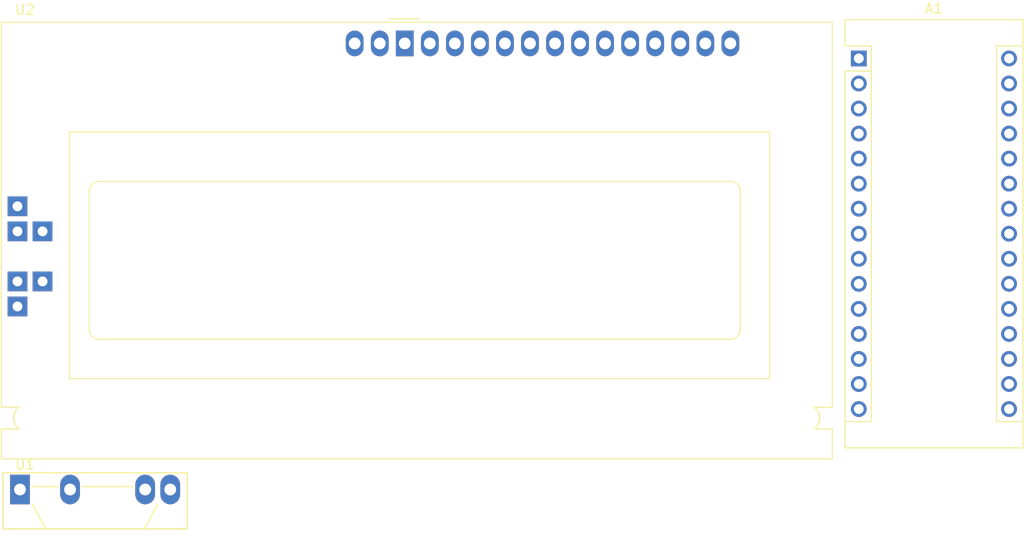
<source format=kicad_pcb>
(kicad_pcb (version 20211014) (generator pcbnew)
  (layers (0 "F.Cu" signal) (31 "B.Cu" signal) (34 "B.Paste" user) (35 "F.Paste" user) (36 "B.SilkS" user "B.Silkscreen") (37 "F.SilkS" user "F.Silkscreen") (38 "B.Mask" user) (39 "F.Mask" user) (44 "Edge.Cuts" user))
  (net 0 "")
  (net 4 "/GND")
  (net 5 "/A_D2")
  (net 6 "/A_D3")
  (net 7 "/A_D4")
  (net 9 "/A_D6")
  (net 10 "/A_D7")
  (net 11 "/A_D8")
  (net 12 "/A_D9")
  (net 13 "/A_D10")
  (net 14 "/A_D11")
  (net 15 "/A_D12")
  (net 17 "/VCC")
  (net 19 "/A_A0")
  (net 20 "/A_A1")
  (net 21 "/A_A2")
  (net 24 "/A_A5")
  (net 35 "Net-(RV1-Pad2)")
  (footprint "Package_SIP:SIP4_Sharp-SSR_P7.62mm_Straight" (layer "F.Cu") (at 96.53 113.316)
    (fp_text reference "U1" (at 0.508 -2.54) (layer "F.SilkS"))
    (fp_text value "S102S01")
    (fp_line (start 16.97 4) (end -1.73 4) (layer "F.SilkS") (width 0.15))
    (fp_line (start -1.73 4) (end -1.73 -1.7) (layer "F.SilkS") (width 0.15))
    (fp_line (start 12.62 4) (end 13.96 1.5) (layer "F.SilkS") (width 0.15))
    (fp_line (start 1.27 -0.3) (end 3.81 -0.3) (layer "F.SilkS") (width 0.15))
    (fp_line (start 6.35 -0.3) (end 11.43 -0.3) (layer "F.SilkS") (width 0.15))
    (fp_line (start 2.62 4) (end 1.28 1.5) (layer "F.SilkS") (width 0.15))
    (fp_line (start -1.73 -1.7) (end 16.97 -1.7) (layer "F.SilkS") (width 0.15))
    (fp_line (start 16.97 -1.7) (end 16.97 4) (layer "F.SilkS") (width 0.15))
    (pad "1" thru_hole rect (at 0 0) (size 2 3) (drill 1.2) (layers *.Cu *.Mask))
    (pad "2" thru_hole oval (at 5.08 0) (size 2 3) (drill 1.2) (layers *.Cu *.Mask))
    (pad "3" thru_hole oval (at 12.7 0) (size 2 3) (drill 1.2) (layers *.Cu *.Mask))
    (pad "4" thru_hole oval (at 15.24 0) (size 2 3) (drill 1.2) (layers *.Cu *.Mask) (net 4 "/GND"))
  )
  (footprint "Module:Arduino_Nano" (layer "F.Cu") (at 181.61 69.596)
    (fp_text reference "A1" (at 7.62 -5.08) (layer "F.SilkS"))
    (fp_text value "Arduino_Nano_Every")
    (fp_line (start 13.97 -1.27) (end 16.64 -1.27) (layer "F.SilkS") (width 0.12))
    (fp_line (start 1.27 -1.27) (end -1.4 -1.27) (layer "F.SilkS") (width 0.12))
    (fp_line (start 1.27 1.27) (end 1.27 -1.27) (layer "F.SilkS") (width 0.12))
    (fp_line (start 1.27 1.27) (end 1.27 36.83) (layer "F.SilkS") (width 0.12))
    (fp_line (start 13.97 -1.27) (end 13.97 36.83) (layer "F.SilkS") (width 0.12))
    (fp_line (start -1.4 39.5) (end 16.64 39.5) (layer "F.SilkS") (width 0.12))
    (fp_line (start 1.27 36.83) (end -1.4 36.83) (layer "F.SilkS") (width 0.12))
    (fp_line (start 13.97 36.83) (end 16.64 36.83) (layer "F.SilkS") (width 0.12))
    (fp_line (start 1.27 1.27) (end -1.4 1.27) (layer "F.SilkS") (width 0.12))
    (fp_line (start -1.4 -3.94) (end -1.4 -1.27) (layer "F.SilkS") (width 0.12))
    (fp_line (start 16.64 -3.94) (end -1.4 -3.94) (layer "F.SilkS") (width 0.12))
    (fp_line (start 16.64 39.5) (end 16.64 -3.94) (layer "F.SilkS") (width 0.12))
    (fp_line (start -1.4 1.27) (end -1.4 39.5) (layer "F.SilkS") (width 0.12))
    (pad "1" thru_hole rect (at 0 0) (size 1.6 1.6) (drill 1) (layers *.Cu *.Mask))
    (pad "2" thru_hole oval (at 0 2.54) (size 1.6 1.6) (drill 1) (layers *.Cu *.Mask))
    (pad "3" thru_hole oval (at 0 5.08) (size 1.6 1.6) (drill 1) (layers *.Cu *.Mask))
    (pad "4" thru_hole oval (at 0 7.62) (size 1.6 1.6) (drill 1) (layers *.Cu *.Mask) (net 4 "/GND"))
    (pad "5" thru_hole oval (at 0 10.16) (size 1.6 1.6) (drill 1) (layers *.Cu *.Mask) (net 5 "/A_D2"))
    (pad "6" thru_hole oval (at 0 12.7) (size 1.6 1.6) (drill 1) (layers *.Cu *.Mask) (net 6 "/A_D3"))
    (pad "7" thru_hole oval (at 0 15.24) (size 1.6 1.6) (drill 1) (layers *.Cu *.Mask) (net 7 "/A_D4"))
    (pad "8" thru_hole oval (at 0 17.78) (size 1.6 1.6) (drill 1) (layers *.Cu *.Mask))
    (pad "9" thru_hole oval (at 0 20.32) (size 1.6 1.6) (drill 1) (layers *.Cu *.Mask) (net 9 "/A_D6"))
    (pad "10" thru_hole oval (at 0 22.86) (size 1.6 1.6) (drill 1) (layers *.Cu *.Mask) (net 10 "/A_D7"))
    (pad "11" thru_hole oval (at 0 25.4) (size 1.6 1.6) (drill 1) (layers *.Cu *.Mask) (net 11 "/A_D8"))
    (pad "12" thru_hole oval (at 0 27.94) (size 1.6 1.6) (drill 1) (layers *.Cu *.Mask) (net 12 "/A_D9"))
    (pad "13" thru_hole oval (at 0 30.48) (size 1.6 1.6) (drill 1) (layers *.Cu *.Mask) (net 13 "/A_D10"))
    (pad "14" thru_hole oval (at 0 33.02) (size 1.6 1.6) (drill 1) (layers *.Cu *.Mask) (net 14 "/A_D11"))
    (pad "15" thru_hole oval (at 0 35.56) (size 1.6 1.6) (drill 1) (layers *.Cu *.Mask) (net 15 "/A_D12"))
    (pad "16" thru_hole oval (at 15.24 35.56) (size 1.6 1.6) (drill 1) (layers *.Cu *.Mask))
    (pad "17" thru_hole oval (at 15.24 33.02) (size 1.6 1.6) (drill 1) (layers *.Cu *.Mask) (net 17 "/VCC"))
    (pad "18" thru_hole oval (at 15.24 30.48) (size 1.6 1.6) (drill 1) (layers *.Cu *.Mask))
    (pad "19" thru_hole oval (at 15.24 27.94) (size 1.6 1.6) (drill 1) (layers *.Cu *.Mask) (net 19 "/A_A0"))
    (pad "20" thru_hole oval (at 15.24 25.4) (size 1.6 1.6) (drill 1) (layers *.Cu *.Mask) (net 20 "/A_A1"))
    (pad "21" thru_hole oval (at 15.24 22.86) (size 1.6 1.6) (drill 1) (layers *.Cu *.Mask) (net 21 "/A_A2"))
    (pad "22" thru_hole oval (at 15.24 20.32) (size 1.6 1.6) (drill 1) (layers *.Cu *.Mask))
    (pad "23" thru_hole oval (at 15.24 17.78) (size 1.6 1.6) (drill 1) (layers *.Cu *.Mask))
    (pad "24" thru_hole oval (at 15.24 15.24) (size 1.6 1.6) (drill 1) (layers *.Cu *.Mask) (net 24 "/A_A5"))
    (pad "25" thru_hole oval (at 15.24 12.7) (size 1.6 1.6) (drill 1) (layers *.Cu *.Mask))
    (pad "26" thru_hole oval (at 15.24 10.16) (size 1.6 1.6) (drill 1) (layers *.Cu *.Mask))
    (pad "27" thru_hole oval (at 15.24 7.62) (size 1.6 1.6) (drill 1) (layers *.Cu *.Mask))
    (pad "28" thru_hole oval (at 15.24 5.08) (size 1.6 1.6) (drill 1) (layers *.Cu *.Mask))
    (pad "29" thru_hole oval (at 15.24 2.54) (size 1.6 1.6) (drill 1) (layers *.Cu *.Mask) (net 4 "/GND"))
    (pad "30" thru_hole oval (at 15.24 0) (size 1.6 1.6) (drill 1) (layers *.Cu *.Mask))
  )
  (footprint "Display:RC1602A" (layer "F.Cu") (at 135.56 68.071)
    (fp_text reference "U2" (at -38.53 -3.41 180) (layer "F.SilkS"))
    (fp_text value "RC1602A")
    (fp_line (start -31 14) (end 33 14) (layer "F.SilkS") (width 0.12))
    (fp_line (start 34.03 15) (end 34.03 29) (layer "F.SilkS") (width 0.12))
    (fp_line (start -1.5 -2.5) (end 1.5 -2.5) (layer "F.SilkS") (width 0.12))
    (fp_line (start 43.36 36.89) (end 41.5 36.89) (layer "F.SilkS") (width 0.12))
    (fp_line (start 37 9) (end 37 34) (layer "F.SilkS") (width 0.12))
    (fp_line (start 41.5 39.11) (end 43.36 39.11) (layer "F.SilkS") (width 0.12))
    (fp_line (start 43.36 -2.14) (end 43.36 36.89) (layer "F.SilkS") (width 0.12))
    (fp_line (start -40.92 42.14) (end -40.92 39.11) (layer "F.SilkS") (width 0.12))
    (fp_line (start 43.36 39.11) (end 43.36 42.14) (layer "F.SilkS") (width 0.12))
    (fp_line (start 43.36 42.14) (end -40.92 42.14) (layer "F.SilkS") (width 0.12))
    (fp_line (start -40.92 -2.14) (end 43.36 -2.14) (layer "F.SilkS") (width 0.12))
    (fp_line (start 33 30) (end -31 30) (layer "F.SilkS") (width 0.12))
    (fp_line (start 37 34) (end -34 34) (layer "F.SilkS") (width 0.12))
    (fp_line (start -32 29) (end -32 15) (layer "F.SilkS") (width 0.12))
    (fp_line (start -40.92 39.11) (end -39.1 39.11) (layer "F.SilkS") (width 0.12))
    (fp_line (start -40.92 36.89) (end -40.92 -2.14) (layer "F.SilkS") (width 0.12))
    (fp_line (start -34 34) (end -34 9) (layer "F.SilkS") (width 0.12))
    (fp_line (start -40.92 36.89) (end -39.1 36.89) (layer "F.SilkS") (width 0.12))
    (fp_line (start -34 9) (end 37 9) (layer "F.SilkS") (width 0.12))
    (fp_arc (start 33.03574 13.99424) (mid 33.741576 14.286624) (end 34.03396 14.99246) (layer "F.SilkS") (width 0.12))
    (fp_arc (start -39.1 39.11) (mid -39.644716 38.205061) (end -39.39 37.18) (layer "F.SilkS") (width 0.12))
    (fp_arc (start 41.5 36.89) (mid 42.059361 37.759584) (end 41.84 38.77) (layer "F.SilkS") (width 0.12))
    (fp_arc (start -32.00286 15.00246) (mid -31.710488 14.296612) (end -31.00464 14.00424) (layer "F.SilkS") (width 0.12))
    (fp_arc (start 41.84 37.21) (mid 42.070574 38.233345) (end 41.51 39.12) (layer "F.SilkS") (width 0.12))
    (fp_arc (start 34.0265 29.00294) (mid 33.733372 29.710572) (end 33.02574 30.0037) (layer "F.SilkS") (width 0.12))
    (fp_arc (start -30.99464 30.0237) (mid -31.702284 29.730584) (end -31.9954 29.02294) (layer "F.SilkS") (width 0.12))
    (fp_arc (start -39.39 38.82) (mid -39.644716 37.794939) (end -39.1 36.89) (layer "F.SilkS") (width 0.12))
    (pad "" np_thru_hole circle (at 40.72 38 180) (size 2.5 2.5) (drill 2.5) (layers *.Cu *.Mask))
    (pad "" np_thru_hole circle (at -36.78 2 180) (size 2.5 2.5) (drill 2.5) (layers *.Cu *.Mask))
    (pad "" np_thru_hole circle (at 39.22 2 180) (size 2.5 2.5) (drill 2.5) (layers *.Cu *.Mask))
    (pad "" np_thru_hole circle (at -38.28 38 180) (size 2.5 2.5) (drill 2.5) (layers *.Cu *.Mask))
    (pad "1" thru_hole rect (at 0 0 180) (size 1.8 2.6) (drill 1.2) (layers *.Cu *.Mask))
    (pad "2" thru_hole oval (at 2.54 0 180) (size 1.8 2.6) (drill 1.2) (layers *.Cu *.Mask))
    (pad "3" thru_hole oval (at 5.08 0 180) (size 1.8 2.6) (drill 1.2) (layers *.Cu *.Mask) (net 35 "Net-(RV1-Pad2)"))
    (pad "4" thru_hole oval (at 7.62 0 180) (size 1.8 2.6) (drill 1.2) (layers *.Cu *.Mask) (net 9 "/A_D6"))
    (pad "5" thru_hole oval (at 10.16 0 180) (size 1.8 2.6) (drill 1.2) (layers *.Cu *.Mask) (net 10 "/A_D7"))
    (pad "6" thru_hole oval (at 12.7 0 180) (size 1.8 2.6) (drill 1.2) (layers *.Cu *.Mask) (net 11 "/A_D8"))
    (pad "7" thru_hole oval (at 15.24 0 180) (size 1.8 2.6) (drill 1.2) (layers *.Cu *.Mask))
    (pad "8" thru_hole oval (at 17.78 0 180) (size 1.8 2.6) (drill 1.2) (layers *.Cu *.Mask))
    (pad "9" thru_hole oval (at 20.32 0 180) (size 1.8 2.6) (drill 1.2) (layers *.Cu *.Mask))
    (pad "10" thru_hole oval (at 22.86 0 180) (size 1.8 2.6) (drill 1.2) (layers *.Cu *.Mask))
    (pad "11" thru_hole oval (at 25.4 0 180) (size 1.8 2.6) (drill 1.2) (layers *.Cu *.Mask) (net 12 "/A_D9"))
    (pad "12" thru_hole oval (at 27.94 0 180) (size 1.8 2.6) (drill 1.2) (layers *.Cu *.Mask) (net 13 "/A_D10"))
    (pad "13" thru_hole oval (at 30.48508 0.00254 180) (size 1.8 2.6) (drill 1.2) (layers *.Cu *.Mask) (net 14 "/A_D11"))
    (pad "14" thru_hole oval (at 33.02 0 180) (size 1.8 2.6) (drill 1.2) (layers *.Cu *.Mask) (net 15 "/A_D12"))
    (pad "15" thru_hole oval (at -5.08 0 180) (size 1.8 2.6) (drill 1.2) (layers *.Cu *.Mask))
    (pad "16" thru_hole oval (at -2.53492 0.00254 180) (size 1.8 2.6) (drill 1.2) (layers *.Cu *.Mask))
    (pad "A1" thru_hole rect (at -36.74 24.14 180) (size 2 2) (drill 1) (layers *.Cu *.Mask))
    (pad "A1" thru_hole rect (at -39.28 26.68 180) (size 2 2) (drill 1) (layers *.Cu *.Mask))
    (pad "A1" thru_hole rect (at -39.28 24.14 180) (size 2 2) (drill 1) (layers *.Cu *.Mask))
    (pad "K1" thru_hole rect (at -39.28 19.06 180) (size 2 2) (drill 1) (layers *.Cu *.Mask))
    (pad "K1" thru_hole rect (at -39.28 16.52 180) (size 2 2) (drill 1) (layers *.Cu *.Mask))
    (pad "K1" thru_hole rect (at -36.74 19.06 180) (size 2 2) (drill 1) (layers *.Cu *.Mask))
  )
)
</source>
